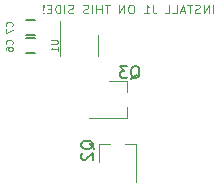
<source format=gbr>
G04 #@! TF.FileFunction,Legend,Bot*
%FSLAX46Y46*%
G04 Gerber Fmt 4.6, Leading zero omitted, Abs format (unit mm)*
G04 Created by KiCad (PCBNEW 4.0.6) date Sunday, December 16, 2018 'PMt' 05:25:45 PM*
%MOMM*%
%LPD*%
G01*
G04 APERTURE LIST*
%ADD10C,0.100000*%
%ADD11C,0.125000*%
%ADD12C,0.120000*%
%ADD13C,0.150000*%
%ADD14C,0.090000*%
G04 APERTURE END LIST*
D10*
D11*
X101285573Y-68157286D02*
X101285573Y-67407286D01*
X100928430Y-68157286D02*
X100928430Y-67407286D01*
X100499858Y-68157286D01*
X100499858Y-67407286D01*
X100178430Y-68121571D02*
X100071287Y-68157286D01*
X99892716Y-68157286D01*
X99821287Y-68121571D01*
X99785573Y-68085857D01*
X99749858Y-68014429D01*
X99749858Y-67943000D01*
X99785573Y-67871571D01*
X99821287Y-67835857D01*
X99892716Y-67800143D01*
X100035573Y-67764429D01*
X100107001Y-67728714D01*
X100142716Y-67693000D01*
X100178430Y-67621571D01*
X100178430Y-67550143D01*
X100142716Y-67478714D01*
X100107001Y-67443000D01*
X100035573Y-67407286D01*
X99857001Y-67407286D01*
X99749858Y-67443000D01*
X99535572Y-67407286D02*
X99107001Y-67407286D01*
X99321287Y-68157286D02*
X99321287Y-67407286D01*
X98892715Y-67943000D02*
X98535572Y-67943000D01*
X98964143Y-68157286D02*
X98714143Y-67407286D01*
X98464143Y-68157286D01*
X97857001Y-68157286D02*
X98214144Y-68157286D01*
X98214144Y-67407286D01*
X97249858Y-68157286D02*
X97607001Y-68157286D01*
X97607001Y-67407286D01*
X96214143Y-67407286D02*
X96214143Y-67943000D01*
X96249857Y-68050143D01*
X96321286Y-68121571D01*
X96428429Y-68157286D01*
X96499857Y-68157286D01*
X95464142Y-68157286D02*
X95892714Y-68157286D01*
X95678428Y-68157286D02*
X95678428Y-67407286D01*
X95749857Y-67514429D01*
X95821285Y-67585857D01*
X95892714Y-67621571D01*
X94428427Y-67407286D02*
X94285570Y-67407286D01*
X94214142Y-67443000D01*
X94142713Y-67514429D01*
X94106999Y-67657286D01*
X94106999Y-67907286D01*
X94142713Y-68050143D01*
X94214142Y-68121571D01*
X94285570Y-68157286D01*
X94428427Y-68157286D01*
X94499856Y-68121571D01*
X94571285Y-68050143D01*
X94606999Y-67907286D01*
X94606999Y-67657286D01*
X94571285Y-67514429D01*
X94499856Y-67443000D01*
X94428427Y-67407286D01*
X93785571Y-68157286D02*
X93785571Y-67407286D01*
X93356999Y-68157286D01*
X93356999Y-67407286D01*
X92535570Y-67407286D02*
X92106999Y-67407286D01*
X92321285Y-68157286D02*
X92321285Y-67407286D01*
X91856999Y-68157286D02*
X91856999Y-67407286D01*
X91856999Y-67764429D02*
X91428427Y-67764429D01*
X91428427Y-68157286D02*
X91428427Y-67407286D01*
X91071285Y-68157286D02*
X91071285Y-67407286D01*
X90749856Y-68121571D02*
X90642713Y-68157286D01*
X90464142Y-68157286D01*
X90392713Y-68121571D01*
X90356999Y-68085857D01*
X90321284Y-68014429D01*
X90321284Y-67943000D01*
X90356999Y-67871571D01*
X90392713Y-67835857D01*
X90464142Y-67800143D01*
X90606999Y-67764429D01*
X90678427Y-67728714D01*
X90714142Y-67693000D01*
X90749856Y-67621571D01*
X90749856Y-67550143D01*
X90714142Y-67478714D01*
X90678427Y-67443000D01*
X90606999Y-67407286D01*
X90428427Y-67407286D01*
X90321284Y-67443000D01*
X89464141Y-68121571D02*
X89356998Y-68157286D01*
X89178427Y-68157286D01*
X89106998Y-68121571D01*
X89071284Y-68085857D01*
X89035569Y-68014429D01*
X89035569Y-67943000D01*
X89071284Y-67871571D01*
X89106998Y-67835857D01*
X89178427Y-67800143D01*
X89321284Y-67764429D01*
X89392712Y-67728714D01*
X89428427Y-67693000D01*
X89464141Y-67621571D01*
X89464141Y-67550143D01*
X89428427Y-67478714D01*
X89392712Y-67443000D01*
X89321284Y-67407286D01*
X89142712Y-67407286D01*
X89035569Y-67443000D01*
X88714141Y-68157286D02*
X88714141Y-67407286D01*
X88356998Y-68157286D02*
X88356998Y-67407286D01*
X88178426Y-67407286D01*
X88071283Y-67443000D01*
X87999855Y-67514429D01*
X87964140Y-67585857D01*
X87928426Y-67728714D01*
X87928426Y-67835857D01*
X87964140Y-67978714D01*
X87999855Y-68050143D01*
X88071283Y-68121571D01*
X88178426Y-68157286D01*
X88356998Y-68157286D01*
X87606998Y-67764429D02*
X87356998Y-67764429D01*
X87249855Y-68157286D02*
X87606998Y-68157286D01*
X87606998Y-67407286D01*
X87249855Y-67407286D01*
X86928427Y-68085857D02*
X86892712Y-68121571D01*
X86928427Y-68157286D01*
X86964141Y-68121571D01*
X86928427Y-68085857D01*
X86928427Y-68157286D01*
X86928427Y-67871571D02*
X86964141Y-67443000D01*
X86928427Y-67407286D01*
X86892712Y-67443000D01*
X86928427Y-67871571D01*
X86928427Y-67407286D01*
D12*
X91638000Y-79250000D02*
X92568000Y-79250000D01*
X94798000Y-79250000D02*
X93868000Y-79250000D01*
X94798000Y-79250000D02*
X94798000Y-82410000D01*
X91638000Y-79250000D02*
X91638000Y-80710000D01*
X93978000Y-73858000D02*
X93978000Y-74788000D01*
X93978000Y-77018000D02*
X93978000Y-76088000D01*
X93978000Y-77018000D02*
X90818000Y-77018000D01*
X93978000Y-73858000D02*
X92518000Y-73858000D01*
D13*
X86202000Y-70266000D02*
X85502000Y-70266000D01*
X85502000Y-71466000D02*
X86202000Y-71466000D01*
X86202000Y-68742000D02*
X85502000Y-68742000D01*
X85502000Y-69942000D02*
X86202000Y-69942000D01*
D12*
X91526000Y-69966000D02*
X91526000Y-71766000D01*
X88306000Y-71766000D02*
X88306000Y-68816000D01*
D13*
X91225619Y-79660762D02*
X91178000Y-79565524D01*
X91082762Y-79470286D01*
X90939905Y-79327429D01*
X90892286Y-79232190D01*
X90892286Y-79136952D01*
X91130381Y-79184571D02*
X91082762Y-79089333D01*
X90987524Y-78994095D01*
X90797048Y-78946476D01*
X90463714Y-78946476D01*
X90273238Y-78994095D01*
X90178000Y-79089333D01*
X90130381Y-79184571D01*
X90130381Y-79375048D01*
X90178000Y-79470286D01*
X90273238Y-79565524D01*
X90463714Y-79613143D01*
X90797048Y-79613143D01*
X90987524Y-79565524D01*
X91082762Y-79470286D01*
X91130381Y-79375048D01*
X91130381Y-79184571D01*
X90225619Y-79994095D02*
X90178000Y-80041714D01*
X90130381Y-80136952D01*
X90130381Y-80375048D01*
X90178000Y-80470286D01*
X90225619Y-80517905D01*
X90320857Y-80565524D01*
X90416095Y-80565524D01*
X90558952Y-80517905D01*
X91130381Y-79946476D01*
X91130381Y-80565524D01*
X94329238Y-73699619D02*
X94424476Y-73652000D01*
X94519714Y-73556762D01*
X94662571Y-73413905D01*
X94757810Y-73366286D01*
X94853048Y-73366286D01*
X94805429Y-73604381D02*
X94900667Y-73556762D01*
X94995905Y-73461524D01*
X95043524Y-73271048D01*
X95043524Y-72937714D01*
X94995905Y-72747238D01*
X94900667Y-72652000D01*
X94805429Y-72604381D01*
X94614952Y-72604381D01*
X94519714Y-72652000D01*
X94424476Y-72747238D01*
X94376857Y-72937714D01*
X94376857Y-73271048D01*
X94424476Y-73461524D01*
X94519714Y-73556762D01*
X94614952Y-73604381D01*
X94805429Y-73604381D01*
X94043524Y-72604381D02*
X93424476Y-72604381D01*
X93757810Y-72985333D01*
X93614952Y-72985333D01*
X93519714Y-73032952D01*
X93472095Y-73080571D01*
X93424476Y-73175810D01*
X93424476Y-73413905D01*
X93472095Y-73509143D01*
X93519714Y-73556762D01*
X93614952Y-73604381D01*
X93900667Y-73604381D01*
X93995905Y-73556762D01*
X94043524Y-73509143D01*
D14*
X84288286Y-70766000D02*
X84316857Y-70737429D01*
X84345429Y-70651715D01*
X84345429Y-70594572D01*
X84316857Y-70508857D01*
X84259714Y-70451715D01*
X84202571Y-70423143D01*
X84088286Y-70394572D01*
X84002571Y-70394572D01*
X83888286Y-70423143D01*
X83831143Y-70451715D01*
X83774000Y-70508857D01*
X83745429Y-70594572D01*
X83745429Y-70651715D01*
X83774000Y-70737429D01*
X83802571Y-70766000D01*
X83745429Y-71280286D02*
X83745429Y-71166000D01*
X83774000Y-71108857D01*
X83802571Y-71080286D01*
X83888286Y-71023143D01*
X84002571Y-70994572D01*
X84231143Y-70994572D01*
X84288286Y-71023143D01*
X84316857Y-71051715D01*
X84345429Y-71108857D01*
X84345429Y-71223143D01*
X84316857Y-71280286D01*
X84288286Y-71308857D01*
X84231143Y-71337429D01*
X84088286Y-71337429D01*
X84031143Y-71308857D01*
X84002571Y-71280286D01*
X83974000Y-71223143D01*
X83974000Y-71108857D01*
X84002571Y-71051715D01*
X84031143Y-71023143D01*
X84088286Y-70994572D01*
X84288286Y-69242000D02*
X84316857Y-69213429D01*
X84345429Y-69127715D01*
X84345429Y-69070572D01*
X84316857Y-68984857D01*
X84259714Y-68927715D01*
X84202571Y-68899143D01*
X84088286Y-68870572D01*
X84002571Y-68870572D01*
X83888286Y-68899143D01*
X83831143Y-68927715D01*
X83774000Y-68984857D01*
X83745429Y-69070572D01*
X83745429Y-69127715D01*
X83774000Y-69213429D01*
X83802571Y-69242000D01*
X83745429Y-69442000D02*
X83745429Y-69842000D01*
X84345429Y-69584857D01*
X87555429Y-70408857D02*
X88041143Y-70408857D01*
X88098286Y-70437429D01*
X88126857Y-70466000D01*
X88155429Y-70523143D01*
X88155429Y-70637429D01*
X88126857Y-70694571D01*
X88098286Y-70723143D01*
X88041143Y-70751714D01*
X87555429Y-70751714D01*
X88155429Y-71351714D02*
X88155429Y-71008857D01*
X88155429Y-71180285D02*
X87555429Y-71180285D01*
X87641143Y-71123142D01*
X87698286Y-71066000D01*
X87726857Y-71008857D01*
M02*

</source>
